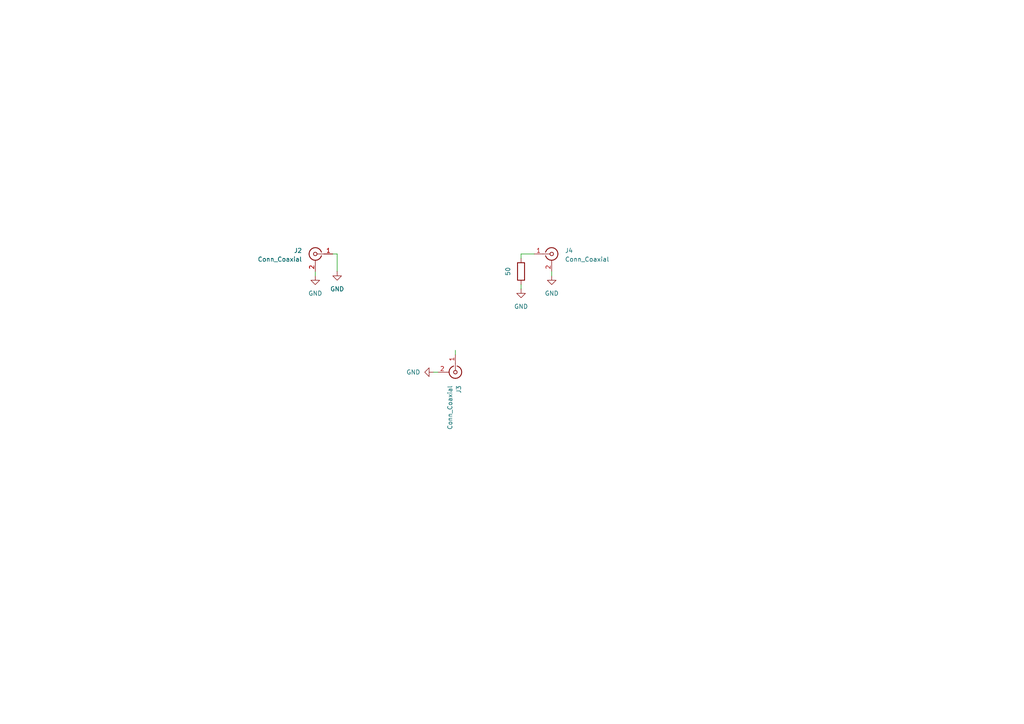
<source format=kicad_sch>
(kicad_sch (version 20250114) (generator "eeschema") (generator_version "9.0")
  (paper "A4")
  (lib_symbols
    (symbol "Connector:Conn_Coaxial" (pin_names (offset 1.016) (hide yes))
      (property "Reference" "J" (at 0.254 3.048 0))
      (property "Value" "Conn_Coaxial" (at 2.921 0 90))
      (symbol "Conn_Coaxial_0_1"
        (polyline (pts (xy -2.54 0) (xy -0.508 0)))
        (arc (start 1.778 0) (mid 0.222 -1.8079) (end -1.778 -0.508) (stroke (width 0.254)))
        (arc (start -1.778 0.508) (mid 0.2221 1.8084) (end 1.778 0) (stroke (width 0.254)))
        (circle (center 0 0) (radius 0.508) (stroke (width 0.2032)))
        (polyline (pts (xy 0 -2.54) (xy 0 -1.778)))
      )
      (symbol "Conn_Coaxial_1_1"
        (pin passive line (at -5.08 0 0) (length 2.54) (name "In") (number "1"))
        (pin passive line (at 0 -5.08 90) (length 2.54) (name "Ext") (number "2"))
      )
    )
    (symbol "Device:R" (pin_numbers (hide yes)) (pin_names (offset 0))
      (property "Reference" "R" (at 2.032 0 90))
      (property "Value" "R" (at 0 0 90))
      (symbol "R_0_1"
        (rectangle (start -1.016 -2.54) (end 1.016 2.54) (stroke (width 0.254)))
      )
      (symbol "R_1_1"
        (pin passive line (at 0 3.81 270) (length 1.27) (name "~") (number "1"))
        (pin passive line (at 0 -3.81 90) (length 1.27) (name "~") (number "2"))
      )
    )
    (symbol "power:GND" (power) (pin_numbers (hide yes)) (pin_names (offset 0) (hide yes))
      (property "Value" "GND" (at 0 -3.81 0))
      (symbol "GND_0_1"
        (polyline (pts (xy 0 0) (xy 0 -1.27) (xy 1.27 -1.27) (xy 0 -2.54) (xy -1.27 -1.27) (xy 0 -1.27)))
      )
      (symbol "GND_1_1"
        (pin power_in line (at 0 0 270) (length 0) (name "~") (number "1"))
      )
    )
  )
  (wire (pts (xy 97.79 73.66) (xy 97.79 78.74)))
  (wire (pts (xy 154.94 73.66) (xy 151.13 73.66)))
  (wire (pts (xy 91.44 80.01) (xy 91.44 78.74)))
  (wire (pts (xy 160.02 80.01) (xy 160.02 78.74)))
  (wire (pts (xy 132.08 102.87) (xy 132.08 101.6)))
  (wire (pts (xy 151.13 82.55) (xy 151.13 83.82)))
  (wire (pts (xy 96.52 73.66) (xy 97.79 73.66)))
  (wire (pts (xy 151.13 74.93) (xy 151.13 73.66)))
  (wire (pts (xy 125.73 107.95) (xy 127 107.95)))
  (symbol (lib_id "Connector:Conn_Coaxial") (at 160.02 73.66 0) (unit 1)
    (property "Reference" "J4" (at 163.83 72.6831 0) (effects (justify left)))
    (property "Value" "Conn_Coaxial" (at 163.83 75.2231 0) (effects (justify left)))
    (property "Footprint" "Connector_Coaxial:SMA_Molex_73251-1153_EdgeMount_Horizontal" (effects (hide yes)))
    (property "Description" "coaxial connector (BNC, SMA, SMB, SMC, Cinch/RCA, LEMO, ...)" (effects (hide yes)))
  )
  (symbol (lib_id "Connector:Conn_Coaxial") (at 91.44 73.66 0) (mirror y) (unit 1)
    (property "Reference" "J2" (at 87.63 72.6831 0) (effects (justify left)))
    (property "Value" "Conn_Coaxial" (at 87.63 75.2231 0) (effects (justify left)))
    (property "Footprint" "Connector_Coaxial:SMA_Molex_73251-1153_EdgeMount_Horizontal" (effects (hide yes)))
    (property "Description" "coaxial connector (BNC, SMA, SMB, SMC, Cinch/RCA, LEMO, ...)" (effects (hide yes)))
  )
  (symbol (lib_id "power:GND") (at 97.79 78.74 0) (unit 1)
    (property "Reference" "#PWR08" (effects (hide yes)))
    (property "Value" "GND" (at 97.79 83.82 0))
    (property "Description" "Power symbol creates a global label with name \"GND\" , ground" (effects (hide yes)))
  )
  (symbol (lib_id "power:GND") (at 151.13 83.82 0) (unit 1)
    (property "Reference" "#PWR01" (effects (hide yes)))
    (property "Value" "GND" (at 151.13 88.9 0))
    (property "Description" "Power symbol creates a global label with name \"GND\" , ground" (effects (hide yes)))
  )
  (symbol (lib_id "Device:R") (at 151.13 78.74 180) (unit 1)
    (property "Reference" "R3" (effects (hide yes)))
    (property "Value" "50" (at 147.32 78.74 90))
    (property "Footprint" "Resistor_SMD:R_0402_1005Metric" (effects (hide yes)))
    (property "Description" "Resistor" (effects (hide yes)))
  )
  (symbol (lib_id "power:GND") (at 160.02 80.01 0) (unit 1)
    (property "Reference" "#PWR026" (effects (hide yes)))
    (property "Value" "GND" (at 160.02 85.09 0))
    (property "Description" "Power symbol creates a global label with name \"GND\" , ground" (effects (hide yes)))
  )
  (symbol (lib_id "power:GND") (at 125.73 107.95 270) (unit 1)
    (property "Reference" "#PWR025" (effects (hide yes)))
    (property "Value" "GND" (at 121.92 107.9499 90) (effects (justify right)))
    (property "Description" "Power symbol creates a global label with name \"GND\" , ground" (effects (hide yes)))
  )
  (symbol (lib_id "Connector:Conn_Coaxial") (at 132.08 107.95 270) (unit 1)
    (property "Reference" "J3" (at 133.0569 111.76 0) (effects (justify left)))
    (property "Value" "Conn_Coaxial" (at 130.5169 111.76 0) (effects (justify left)))
    (property "Footprint" "Connector_Coaxial:SMA_Molex_73251-1153_EdgeMount_Horizontal" (effects (hide yes)))
    (property "Description" "coaxial connector (BNC, SMA, SMB, SMC, Cinch/RCA, LEMO, ...)" (effects (hide yes)))
  )
  (symbol (lib_id "power:GND") (at 91.44 80.01 0) (unit 1)
    (property "Reference" "#PWR023" (effects (hide yes)))
    (property "Value" "GND" (at 91.44 85.09 0))
    (property "Description" "Power symbol creates a global label with name \"GND\" , ground" (effects (hide yes)))
  )
)
</source>
